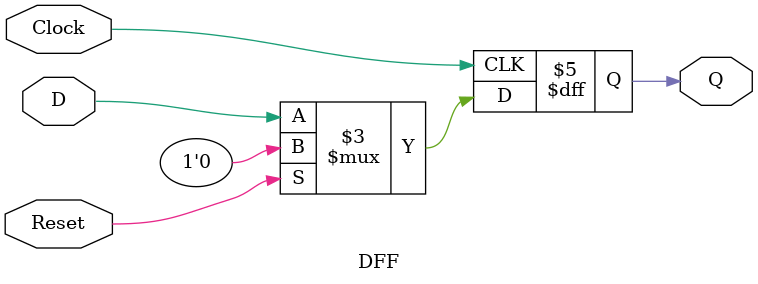
<source format=v>
/*Q1 - Write behavioral Verilog code for a positive edge-triggered D FF with synchronous active high reset.*/
module DFF (D, Clock , Reset, Q);
  input D, Clock, Reset;
  output reg Q;
  always @ (posedge Clock)
  if (Reset)
    Q <= 0;
  else
    Q<=D;
endmodule

</source>
